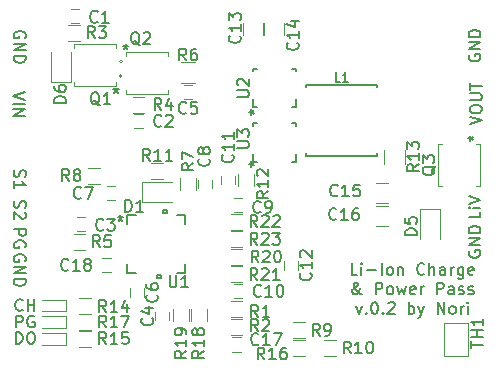
<source format=gto>
G04 #@! TF.GenerationSoftware,KiCad,Pcbnew,(5.1.10)-1*
G04 #@! TF.CreationDate,2021-11-27T12:03:37+09:00*
G04 #@! TF.ProjectId,LiPoCharger_BQ24610_5S,4c69506f-4368-4617-9267-65725f425132,rev?*
G04 #@! TF.SameCoordinates,Original*
G04 #@! TF.FileFunction,Legend,Top*
G04 #@! TF.FilePolarity,Positive*
%FSLAX46Y46*%
G04 Gerber Fmt 4.6, Leading zero omitted, Abs format (unit mm)*
G04 Created by KiCad (PCBNEW (5.1.10)-1) date 2021-11-27 12:03:37*
%MOMM*%
%LPD*%
G01*
G04 APERTURE LIST*
%ADD10C,0.150000*%
%ADD11C,0.120000*%
%ADD12C,0.152400*%
%ADD13C,0.127000*%
G04 APERTURE END LIST*
D10*
X201233333Y-101102380D02*
X200757142Y-101102380D01*
X200757142Y-100102380D01*
X201566666Y-101102380D02*
X201566666Y-100435714D01*
X201566666Y-100102380D02*
X201519047Y-100150000D01*
X201566666Y-100197619D01*
X201614285Y-100150000D01*
X201566666Y-100102380D01*
X201566666Y-100197619D01*
X202042857Y-100721428D02*
X202804761Y-100721428D01*
X203280952Y-101102380D02*
X203280952Y-100102380D01*
X203900000Y-101102380D02*
X203804761Y-101054761D01*
X203757142Y-101007142D01*
X203709523Y-100911904D01*
X203709523Y-100626190D01*
X203757142Y-100530952D01*
X203804761Y-100483333D01*
X203900000Y-100435714D01*
X204042857Y-100435714D01*
X204138095Y-100483333D01*
X204185714Y-100530952D01*
X204233333Y-100626190D01*
X204233333Y-100911904D01*
X204185714Y-101007142D01*
X204138095Y-101054761D01*
X204042857Y-101102380D01*
X203900000Y-101102380D01*
X204661904Y-100435714D02*
X204661904Y-101102380D01*
X204661904Y-100530952D02*
X204709523Y-100483333D01*
X204804761Y-100435714D01*
X204947619Y-100435714D01*
X205042857Y-100483333D01*
X205090476Y-100578571D01*
X205090476Y-101102380D01*
X206900000Y-101007142D02*
X206852380Y-101054761D01*
X206709523Y-101102380D01*
X206614285Y-101102380D01*
X206471428Y-101054761D01*
X206376190Y-100959523D01*
X206328571Y-100864285D01*
X206280952Y-100673809D01*
X206280952Y-100530952D01*
X206328571Y-100340476D01*
X206376190Y-100245238D01*
X206471428Y-100150000D01*
X206614285Y-100102380D01*
X206709523Y-100102380D01*
X206852380Y-100150000D01*
X206900000Y-100197619D01*
X207328571Y-101102380D02*
X207328571Y-100102380D01*
X207757142Y-101102380D02*
X207757142Y-100578571D01*
X207709523Y-100483333D01*
X207614285Y-100435714D01*
X207471428Y-100435714D01*
X207376190Y-100483333D01*
X207328571Y-100530952D01*
X208661904Y-101102380D02*
X208661904Y-100578571D01*
X208614285Y-100483333D01*
X208519047Y-100435714D01*
X208328571Y-100435714D01*
X208233333Y-100483333D01*
X208661904Y-101054761D02*
X208566666Y-101102380D01*
X208328571Y-101102380D01*
X208233333Y-101054761D01*
X208185714Y-100959523D01*
X208185714Y-100864285D01*
X208233333Y-100769047D01*
X208328571Y-100721428D01*
X208566666Y-100721428D01*
X208661904Y-100673809D01*
X209138095Y-101102380D02*
X209138095Y-100435714D01*
X209138095Y-100626190D02*
X209185714Y-100530952D01*
X209233333Y-100483333D01*
X209328571Y-100435714D01*
X209423809Y-100435714D01*
X210185714Y-100435714D02*
X210185714Y-101245238D01*
X210138095Y-101340476D01*
X210090476Y-101388095D01*
X209995238Y-101435714D01*
X209852380Y-101435714D01*
X209757142Y-101388095D01*
X210185714Y-101054761D02*
X210090476Y-101102380D01*
X209900000Y-101102380D01*
X209804761Y-101054761D01*
X209757142Y-101007142D01*
X209709523Y-100911904D01*
X209709523Y-100626190D01*
X209757142Y-100530952D01*
X209804761Y-100483333D01*
X209900000Y-100435714D01*
X210090476Y-100435714D01*
X210185714Y-100483333D01*
X211042857Y-101054761D02*
X210947619Y-101102380D01*
X210757142Y-101102380D01*
X210661904Y-101054761D01*
X210614285Y-100959523D01*
X210614285Y-100578571D01*
X210661904Y-100483333D01*
X210757142Y-100435714D01*
X210947619Y-100435714D01*
X211042857Y-100483333D01*
X211090476Y-100578571D01*
X211090476Y-100673809D01*
X210614285Y-100769047D01*
X201590476Y-102752380D02*
X201542857Y-102752380D01*
X201447619Y-102704761D01*
X201304761Y-102561904D01*
X201066666Y-102276190D01*
X200971428Y-102133333D01*
X200923809Y-101990476D01*
X200923809Y-101895238D01*
X200971428Y-101800000D01*
X201066666Y-101752380D01*
X201114285Y-101752380D01*
X201209523Y-101800000D01*
X201257142Y-101895238D01*
X201257142Y-101942857D01*
X201209523Y-102038095D01*
X201161904Y-102085714D01*
X200876190Y-102276190D01*
X200828571Y-102323809D01*
X200780952Y-102419047D01*
X200780952Y-102561904D01*
X200828571Y-102657142D01*
X200876190Y-102704761D01*
X200971428Y-102752380D01*
X201114285Y-102752380D01*
X201209523Y-102704761D01*
X201257142Y-102657142D01*
X201400000Y-102466666D01*
X201447619Y-102323809D01*
X201447619Y-102228571D01*
X202780952Y-102752380D02*
X202780952Y-101752380D01*
X203161904Y-101752380D01*
X203257142Y-101800000D01*
X203304761Y-101847619D01*
X203352380Y-101942857D01*
X203352380Y-102085714D01*
X203304761Y-102180952D01*
X203257142Y-102228571D01*
X203161904Y-102276190D01*
X202780952Y-102276190D01*
X203923809Y-102752380D02*
X203828571Y-102704761D01*
X203780952Y-102657142D01*
X203733333Y-102561904D01*
X203733333Y-102276190D01*
X203780952Y-102180952D01*
X203828571Y-102133333D01*
X203923809Y-102085714D01*
X204066666Y-102085714D01*
X204161904Y-102133333D01*
X204209523Y-102180952D01*
X204257142Y-102276190D01*
X204257142Y-102561904D01*
X204209523Y-102657142D01*
X204161904Y-102704761D01*
X204066666Y-102752380D01*
X203923809Y-102752380D01*
X204590476Y-102085714D02*
X204780952Y-102752380D01*
X204971428Y-102276190D01*
X205161904Y-102752380D01*
X205352380Y-102085714D01*
X206114285Y-102704761D02*
X206019047Y-102752380D01*
X205828571Y-102752380D01*
X205733333Y-102704761D01*
X205685714Y-102609523D01*
X205685714Y-102228571D01*
X205733333Y-102133333D01*
X205828571Y-102085714D01*
X206019047Y-102085714D01*
X206114285Y-102133333D01*
X206161904Y-102228571D01*
X206161904Y-102323809D01*
X205685714Y-102419047D01*
X206590476Y-102752380D02*
X206590476Y-102085714D01*
X206590476Y-102276190D02*
X206638095Y-102180952D01*
X206685714Y-102133333D01*
X206780952Y-102085714D01*
X206876190Y-102085714D01*
X207971428Y-102752380D02*
X207971428Y-101752380D01*
X208352380Y-101752380D01*
X208447619Y-101800000D01*
X208495238Y-101847619D01*
X208542857Y-101942857D01*
X208542857Y-102085714D01*
X208495238Y-102180952D01*
X208447619Y-102228571D01*
X208352380Y-102276190D01*
X207971428Y-102276190D01*
X209400000Y-102752380D02*
X209400000Y-102228571D01*
X209352380Y-102133333D01*
X209257142Y-102085714D01*
X209066666Y-102085714D01*
X208971428Y-102133333D01*
X209400000Y-102704761D02*
X209304761Y-102752380D01*
X209066666Y-102752380D01*
X208971428Y-102704761D01*
X208923809Y-102609523D01*
X208923809Y-102514285D01*
X208971428Y-102419047D01*
X209066666Y-102371428D01*
X209304761Y-102371428D01*
X209400000Y-102323809D01*
X209828571Y-102704761D02*
X209923809Y-102752380D01*
X210114285Y-102752380D01*
X210209523Y-102704761D01*
X210257142Y-102609523D01*
X210257142Y-102561904D01*
X210209523Y-102466666D01*
X210114285Y-102419047D01*
X209971428Y-102419047D01*
X209876190Y-102371428D01*
X209828571Y-102276190D01*
X209828571Y-102228571D01*
X209876190Y-102133333D01*
X209971428Y-102085714D01*
X210114285Y-102085714D01*
X210209523Y-102133333D01*
X210638095Y-102704761D02*
X210733333Y-102752380D01*
X210923809Y-102752380D01*
X211019047Y-102704761D01*
X211066666Y-102609523D01*
X211066666Y-102561904D01*
X211019047Y-102466666D01*
X210923809Y-102419047D01*
X210780952Y-102419047D01*
X210685714Y-102371428D01*
X210638095Y-102276190D01*
X210638095Y-102228571D01*
X210685714Y-102133333D01*
X210780952Y-102085714D01*
X210923809Y-102085714D01*
X211019047Y-102133333D01*
X201114285Y-103735714D02*
X201352380Y-104402380D01*
X201590476Y-103735714D01*
X201971428Y-104307142D02*
X202019047Y-104354761D01*
X201971428Y-104402380D01*
X201923809Y-104354761D01*
X201971428Y-104307142D01*
X201971428Y-104402380D01*
X202638095Y-103402380D02*
X202733333Y-103402380D01*
X202828571Y-103450000D01*
X202876190Y-103497619D01*
X202923809Y-103592857D01*
X202971428Y-103783333D01*
X202971428Y-104021428D01*
X202923809Y-104211904D01*
X202876190Y-104307142D01*
X202828571Y-104354761D01*
X202733333Y-104402380D01*
X202638095Y-104402380D01*
X202542857Y-104354761D01*
X202495238Y-104307142D01*
X202447619Y-104211904D01*
X202400000Y-104021428D01*
X202400000Y-103783333D01*
X202447619Y-103592857D01*
X202495238Y-103497619D01*
X202542857Y-103450000D01*
X202638095Y-103402380D01*
X203400000Y-104307142D02*
X203447619Y-104354761D01*
X203400000Y-104402380D01*
X203352380Y-104354761D01*
X203400000Y-104307142D01*
X203400000Y-104402380D01*
X203828571Y-103497619D02*
X203876190Y-103450000D01*
X203971428Y-103402380D01*
X204209523Y-103402380D01*
X204304761Y-103450000D01*
X204352380Y-103497619D01*
X204400000Y-103592857D01*
X204400000Y-103688095D01*
X204352380Y-103830952D01*
X203780952Y-104402380D01*
X204400000Y-104402380D01*
X205590476Y-104402380D02*
X205590476Y-103402380D01*
X205590476Y-103783333D02*
X205685714Y-103735714D01*
X205876190Y-103735714D01*
X205971428Y-103783333D01*
X206019047Y-103830952D01*
X206066666Y-103926190D01*
X206066666Y-104211904D01*
X206019047Y-104307142D01*
X205971428Y-104354761D01*
X205876190Y-104402380D01*
X205685714Y-104402380D01*
X205590476Y-104354761D01*
X206400000Y-103735714D02*
X206638095Y-104402380D01*
X206876190Y-103735714D02*
X206638095Y-104402380D01*
X206542857Y-104640476D01*
X206495238Y-104688095D01*
X206400000Y-104735714D01*
X208019047Y-104402380D02*
X208019047Y-103402380D01*
X208590476Y-104402380D01*
X208590476Y-103402380D01*
X209209523Y-104402380D02*
X209114285Y-104354761D01*
X209066666Y-104307142D01*
X209019047Y-104211904D01*
X209019047Y-103926190D01*
X209066666Y-103830952D01*
X209114285Y-103783333D01*
X209209523Y-103735714D01*
X209352380Y-103735714D01*
X209447619Y-103783333D01*
X209495238Y-103830952D01*
X209542857Y-103926190D01*
X209542857Y-104211904D01*
X209495238Y-104307142D01*
X209447619Y-104354761D01*
X209352380Y-104402380D01*
X209209523Y-104402380D01*
X209971428Y-104402380D02*
X209971428Y-103735714D01*
X209971428Y-103926190D02*
X210019047Y-103830952D01*
X210066666Y-103783333D01*
X210161904Y-103735714D01*
X210257142Y-103735714D01*
X210590476Y-104402380D02*
X210590476Y-103735714D01*
X210590476Y-103402380D02*
X210542857Y-103450000D01*
X210590476Y-103497619D01*
X210638095Y-103450000D01*
X210590476Y-103402380D01*
X210590476Y-103497619D01*
X210700000Y-82461904D02*
X210652380Y-82557142D01*
X210652380Y-82700000D01*
X210700000Y-82842857D01*
X210795238Y-82938095D01*
X210890476Y-82985714D01*
X211080952Y-83033333D01*
X211223809Y-83033333D01*
X211414285Y-82985714D01*
X211509523Y-82938095D01*
X211604761Y-82842857D01*
X211652380Y-82700000D01*
X211652380Y-82604761D01*
X211604761Y-82461904D01*
X211557142Y-82414285D01*
X211223809Y-82414285D01*
X211223809Y-82604761D01*
X211652380Y-81985714D02*
X210652380Y-81985714D01*
X211652380Y-81414285D01*
X210652380Y-81414285D01*
X211652380Y-80938095D02*
X210652380Y-80938095D01*
X210652380Y-80700000D01*
X210700000Y-80557142D01*
X210795238Y-80461904D01*
X210890476Y-80414285D01*
X211080952Y-80366666D01*
X211223809Y-80366666D01*
X211414285Y-80414285D01*
X211509523Y-80461904D01*
X211604761Y-80557142D01*
X211652380Y-80700000D01*
X211652380Y-80938095D01*
X211652380Y-95757142D02*
X211652380Y-96233333D01*
X210652380Y-96233333D01*
X211652380Y-95423809D02*
X210985714Y-95423809D01*
X210652380Y-95423809D02*
X210700000Y-95471428D01*
X210747619Y-95423809D01*
X210700000Y-95376190D01*
X210652380Y-95423809D01*
X210747619Y-95423809D01*
X210652380Y-95090476D02*
X211652380Y-94757142D01*
X210652380Y-94423809D01*
X210752380Y-88361904D02*
X211752380Y-88028571D01*
X210752380Y-87695238D01*
X210752380Y-87171428D02*
X210752380Y-86980952D01*
X210800000Y-86885714D01*
X210895238Y-86790476D01*
X211085714Y-86742857D01*
X211419047Y-86742857D01*
X211609523Y-86790476D01*
X211704761Y-86885714D01*
X211752380Y-86980952D01*
X211752380Y-87171428D01*
X211704761Y-87266666D01*
X211609523Y-87361904D01*
X211419047Y-87409523D01*
X211085714Y-87409523D01*
X210895238Y-87361904D01*
X210800000Y-87266666D01*
X210752380Y-87171428D01*
X210752380Y-86314285D02*
X211561904Y-86314285D01*
X211657142Y-86266666D01*
X211704761Y-86219047D01*
X211752380Y-86123809D01*
X211752380Y-85933333D01*
X211704761Y-85838095D01*
X211657142Y-85790476D01*
X211561904Y-85742857D01*
X210752380Y-85742857D01*
X210752380Y-85409523D02*
X210752380Y-84838095D01*
X211752380Y-85123809D02*
X210752380Y-85123809D01*
X173047619Y-85604761D02*
X172047619Y-85938095D01*
X173047619Y-86271428D01*
X172047619Y-86604761D02*
X173047619Y-86604761D01*
X172047619Y-87080952D02*
X173047619Y-87080952D01*
X172047619Y-87652380D01*
X173047619Y-87652380D01*
X210700000Y-99061904D02*
X210652380Y-99157142D01*
X210652380Y-99300000D01*
X210700000Y-99442857D01*
X210795238Y-99538095D01*
X210890476Y-99585714D01*
X211080952Y-99633333D01*
X211223809Y-99633333D01*
X211414285Y-99585714D01*
X211509523Y-99538095D01*
X211604761Y-99442857D01*
X211652380Y-99300000D01*
X211652380Y-99204761D01*
X211604761Y-99061904D01*
X211557142Y-99014285D01*
X211223809Y-99014285D01*
X211223809Y-99204761D01*
X211652380Y-98585714D02*
X210652380Y-98585714D01*
X211652380Y-98014285D01*
X210652380Y-98014285D01*
X211652380Y-97538095D02*
X210652380Y-97538095D01*
X210652380Y-97300000D01*
X210700000Y-97157142D01*
X210795238Y-97061904D01*
X210890476Y-97014285D01*
X211080952Y-96966666D01*
X211223809Y-96966666D01*
X211414285Y-97014285D01*
X211509523Y-97061904D01*
X211604761Y-97157142D01*
X211652380Y-97300000D01*
X211652380Y-97538095D01*
X173100000Y-99938095D02*
X173147619Y-99842857D01*
X173147619Y-99700000D01*
X173100000Y-99557142D01*
X173004761Y-99461904D01*
X172909523Y-99414285D01*
X172719047Y-99366666D01*
X172576190Y-99366666D01*
X172385714Y-99414285D01*
X172290476Y-99461904D01*
X172195238Y-99557142D01*
X172147619Y-99700000D01*
X172147619Y-99795238D01*
X172195238Y-99938095D01*
X172242857Y-99985714D01*
X172576190Y-99985714D01*
X172576190Y-99795238D01*
X172147619Y-100414285D02*
X173147619Y-100414285D01*
X172147619Y-100985714D01*
X173147619Y-100985714D01*
X172147619Y-101461904D02*
X173147619Y-101461904D01*
X173147619Y-101700000D01*
X173100000Y-101842857D01*
X173004761Y-101938095D01*
X172909523Y-101985714D01*
X172719047Y-102033333D01*
X172576190Y-102033333D01*
X172385714Y-101985714D01*
X172290476Y-101938095D01*
X172195238Y-101842857D01*
X172147619Y-101700000D01*
X172147619Y-101461904D01*
X172195238Y-92238095D02*
X172147619Y-92380952D01*
X172147619Y-92619047D01*
X172195238Y-92714285D01*
X172242857Y-92761904D01*
X172338095Y-92809523D01*
X172433333Y-92809523D01*
X172528571Y-92761904D01*
X172576190Y-92714285D01*
X172623809Y-92619047D01*
X172671428Y-92428571D01*
X172719047Y-92333333D01*
X172766666Y-92285714D01*
X172861904Y-92238095D01*
X172957142Y-92238095D01*
X173052380Y-92285714D01*
X173100000Y-92333333D01*
X173147619Y-92428571D01*
X173147619Y-92666666D01*
X173100000Y-92809523D01*
X172147619Y-93761904D02*
X172147619Y-93190476D01*
X172147619Y-93476190D02*
X173147619Y-93476190D01*
X173004761Y-93380952D01*
X172909523Y-93285714D01*
X172861904Y-93190476D01*
X173100000Y-81038095D02*
X173147619Y-80942857D01*
X173147619Y-80800000D01*
X173100000Y-80657142D01*
X173004761Y-80561904D01*
X172909523Y-80514285D01*
X172719047Y-80466666D01*
X172576190Y-80466666D01*
X172385714Y-80514285D01*
X172290476Y-80561904D01*
X172195238Y-80657142D01*
X172147619Y-80800000D01*
X172147619Y-80895238D01*
X172195238Y-81038095D01*
X172242857Y-81085714D01*
X172576190Y-81085714D01*
X172576190Y-80895238D01*
X172147619Y-81514285D02*
X173147619Y-81514285D01*
X172147619Y-82085714D01*
X173147619Y-82085714D01*
X172147619Y-82561904D02*
X173147619Y-82561904D01*
X173147619Y-82800000D01*
X173100000Y-82942857D01*
X173004761Y-83038095D01*
X172909523Y-83085714D01*
X172719047Y-83133333D01*
X172576190Y-83133333D01*
X172385714Y-83085714D01*
X172290476Y-83038095D01*
X172195238Y-82942857D01*
X172147619Y-82800000D01*
X172147619Y-82561904D01*
X172195238Y-94838095D02*
X172147619Y-94980952D01*
X172147619Y-95219047D01*
X172195238Y-95314285D01*
X172242857Y-95361904D01*
X172338095Y-95409523D01*
X172433333Y-95409523D01*
X172528571Y-95361904D01*
X172576190Y-95314285D01*
X172623809Y-95219047D01*
X172671428Y-95028571D01*
X172719047Y-94933333D01*
X172766666Y-94885714D01*
X172861904Y-94838095D01*
X172957142Y-94838095D01*
X173052380Y-94885714D01*
X173100000Y-94933333D01*
X173147619Y-95028571D01*
X173147619Y-95266666D01*
X173100000Y-95409523D01*
X173052380Y-95790476D02*
X173100000Y-95838095D01*
X173147619Y-95933333D01*
X173147619Y-96171428D01*
X173100000Y-96266666D01*
X173052380Y-96314285D01*
X172957142Y-96361904D01*
X172861904Y-96361904D01*
X172719047Y-96314285D01*
X172147619Y-95742857D01*
X172147619Y-96361904D01*
X172147619Y-97238095D02*
X173147619Y-97238095D01*
X173147619Y-97619047D01*
X173100000Y-97714285D01*
X173052380Y-97761904D01*
X172957142Y-97809523D01*
X172814285Y-97809523D01*
X172719047Y-97761904D01*
X172671428Y-97714285D01*
X172623809Y-97619047D01*
X172623809Y-97238095D01*
X173100000Y-98761904D02*
X173147619Y-98666666D01*
X173147619Y-98523809D01*
X173100000Y-98380952D01*
X173004761Y-98285714D01*
X172909523Y-98238095D01*
X172719047Y-98190476D01*
X172576190Y-98190476D01*
X172385714Y-98238095D01*
X172290476Y-98285714D01*
X172195238Y-98380952D01*
X172147619Y-98523809D01*
X172147619Y-98619047D01*
X172195238Y-98761904D01*
X172242857Y-98809523D01*
X172576190Y-98809523D01*
X172576190Y-98619047D01*
D11*
X175250000Y-84800000D02*
X175250000Y-82250000D01*
X176950000Y-84800000D02*
X176950000Y-82250000D01*
X175250000Y-84800000D02*
X176950000Y-84800000D01*
X208250000Y-95500000D02*
X206550000Y-95500000D01*
X206550000Y-95500000D02*
X206550000Y-98050000D01*
X208250000Y-95500000D02*
X208250000Y-98050000D01*
X190500000Y-97420000D02*
X191500000Y-97420000D01*
X191500000Y-98780000D02*
X190500000Y-98780000D01*
X190500000Y-100320000D02*
X191500000Y-100320000D01*
X191500000Y-101680000D02*
X190500000Y-101680000D01*
X178700000Y-105780000D02*
X177700000Y-105780000D01*
X177700000Y-104420000D02*
X178700000Y-104420000D01*
X188480000Y-104000000D02*
X188480000Y-105000000D01*
X187120000Y-105000000D02*
X187120000Y-104000000D01*
X190500000Y-98920000D02*
X191500000Y-98920000D01*
X191500000Y-100280000D02*
X190500000Y-100280000D01*
X190500000Y-95920000D02*
X191500000Y-95920000D01*
X191500000Y-97280000D02*
X190500000Y-97280000D01*
X186980000Y-104000000D02*
X186980000Y-105000000D01*
X185620000Y-105000000D02*
X185620000Y-104000000D01*
X196800000Y-107980000D02*
X195800000Y-107980000D01*
X195800000Y-106620000D02*
X196800000Y-106620000D01*
X199400000Y-107980000D02*
X198400000Y-107980000D01*
X198400000Y-106620000D02*
X199400000Y-106620000D01*
X178400000Y-92020000D02*
X179400000Y-92020000D01*
X179400000Y-93380000D02*
X178400000Y-93380000D01*
X190500000Y-104820000D02*
X191500000Y-104820000D01*
X191500000Y-106180000D02*
X190500000Y-106180000D01*
X187580000Y-92900000D02*
X187580000Y-93900000D01*
X186220000Y-93900000D02*
X186220000Y-92900000D01*
X177700000Y-103020000D02*
X178700000Y-103020000D01*
X178700000Y-104380000D02*
X177700000Y-104380000D01*
X176600000Y-104200000D02*
X176600000Y-103200000D01*
X176600000Y-103200000D02*
X174500000Y-103200000D01*
X176600000Y-104200000D02*
X174500000Y-104200000D01*
X176600000Y-107000000D02*
X174500000Y-107000000D01*
X176600000Y-106000000D02*
X174500000Y-106000000D01*
X176600000Y-107000000D02*
X176600000Y-106000000D01*
X184800000Y-92980000D02*
X183800000Y-92980000D01*
X183800000Y-91620000D02*
X184800000Y-91620000D01*
X196800000Y-106480000D02*
X195800000Y-106480000D01*
X195800000Y-105120000D02*
X196800000Y-105120000D01*
X179650000Y-99700000D02*
X180350000Y-99700000D01*
X180350000Y-100900000D02*
X179650000Y-100900000D01*
X192480000Y-92600000D02*
X192480000Y-93600000D01*
X191120000Y-93600000D02*
X191120000Y-92600000D01*
X177200000Y-97620000D02*
X178200000Y-97620000D01*
X178200000Y-98980000D02*
X177200000Y-98980000D01*
X176600000Y-105600000D02*
X174500000Y-105600000D01*
X176600000Y-104600000D02*
X174500000Y-104600000D01*
X176600000Y-105600000D02*
X176600000Y-104600000D01*
X190500000Y-103320000D02*
X191500000Y-103320000D01*
X191500000Y-104680000D02*
X190500000Y-104680000D01*
X182200000Y-86020000D02*
X183200000Y-86020000D01*
X183200000Y-87380000D02*
X182200000Y-87380000D01*
X183000000Y-93250000D02*
X185550000Y-93250000D01*
X183000000Y-94950000D02*
X185550000Y-94950000D01*
X183000000Y-93250000D02*
X183000000Y-94950000D01*
X177700000Y-105820000D02*
X178700000Y-105820000D01*
X178700000Y-107180000D02*
X177700000Y-107180000D01*
X191350000Y-107600000D02*
X190650000Y-107600000D01*
X190650000Y-106400000D02*
X191350000Y-106400000D01*
X191450000Y-95800000D02*
X190750000Y-95800000D01*
X190750000Y-94600000D02*
X191450000Y-94600000D01*
X202800000Y-96950000D02*
X203800000Y-96950000D01*
X203800000Y-95250000D02*
X202800000Y-95250000D01*
X180050000Y-93600000D02*
X180750000Y-93600000D01*
X180750000Y-94800000D02*
X180050000Y-94800000D01*
X203800000Y-93350000D02*
X202800000Y-93350000D01*
X202800000Y-95050000D02*
X203800000Y-95050000D01*
X193350000Y-79800000D02*
X193350000Y-80800000D01*
X195050000Y-80800000D02*
X195050000Y-79800000D01*
X193250000Y-80800000D02*
X193250000Y-79800000D01*
X191550000Y-79800000D02*
X191550000Y-80800000D01*
X189700000Y-93450000D02*
X189700000Y-92750000D01*
X190900000Y-92750000D02*
X190900000Y-93450000D01*
X182350000Y-87500000D02*
X183050000Y-87500000D01*
X183050000Y-88700000D02*
X182350000Y-88700000D01*
X190750000Y-101900000D02*
X191450000Y-101900000D01*
X191450000Y-103100000D02*
X190750000Y-103100000D01*
X177650000Y-79800000D02*
X176950000Y-79800000D01*
X176950000Y-78600000D02*
X177650000Y-78600000D01*
X195000000Y-100650000D02*
X195000000Y-99950000D01*
X196200000Y-99950000D02*
X196200000Y-100650000D01*
X178200000Y-97400000D02*
X177500000Y-97400000D01*
X177500000Y-96200000D02*
X178200000Y-96200000D01*
X188900000Y-93050000D02*
X188900000Y-93750000D01*
X187700000Y-93750000D02*
X187700000Y-93050000D01*
X186550000Y-85000000D02*
X187250000Y-85000000D01*
X187250000Y-86200000D02*
X186550000Y-86200000D01*
X205280000Y-90500000D02*
X205280000Y-91700000D01*
X203520000Y-91700000D02*
X203520000Y-90500000D01*
X182000000Y-102950000D02*
X182000000Y-102250000D01*
X183200000Y-102250000D02*
X183200000Y-102950000D01*
D12*
X185140689Y-95846000D02*
X184759689Y-95846000D01*
X185140689Y-95592000D02*
X185140689Y-95846000D01*
X184759689Y-95592000D02*
X185140689Y-95592000D01*
X184759689Y-95846000D02*
X184759689Y-95592000D01*
X184640563Y-101154000D02*
X184259563Y-101154000D01*
X184640563Y-101408000D02*
X184640563Y-101154000D01*
X184259563Y-101408000D02*
X184640563Y-101408000D01*
X184259563Y-101154000D02*
X184259563Y-101408000D01*
X182481691Y-96044000D02*
X181744000Y-96044000D01*
X186656000Y-96782006D02*
X186656000Y-96044000D01*
X185918309Y-100956000D02*
X186656000Y-100956000D01*
X181744000Y-100217994D02*
X181744000Y-100956000D01*
X181744000Y-96044000D02*
X181744000Y-96782006D01*
X186656000Y-96044000D02*
X185918309Y-96044000D01*
X186656000Y-100956000D02*
X186656000Y-100217994D01*
X181744000Y-100956000D02*
X182481691Y-100956000D01*
D11*
X177750000Y-81280000D02*
X176750000Y-81280000D01*
X176750000Y-79920000D02*
X177750000Y-79920000D01*
X181622000Y-85778000D02*
X185178000Y-85778000D01*
X185178000Y-85778000D02*
X185178000Y-85434888D01*
X185178000Y-82222000D02*
X181622000Y-82222000D01*
X181622000Y-82222000D02*
X181622000Y-82565112D01*
X181622000Y-85434888D02*
X181622000Y-85778000D01*
X185178000Y-82565112D02*
X185178000Y-82222000D01*
X181327000Y-83025021D02*
G75*
G03*
X181327000Y-83025021I-127000J0D01*
G01*
D12*
X196028800Y-91525600D02*
X196028800Y-90829850D01*
X196028800Y-88274400D02*
X195660139Y-88274400D01*
X192371200Y-88274400D02*
X192371200Y-88462150D01*
X192371200Y-91525600D02*
X192739861Y-91525600D01*
X195660139Y-91525600D02*
X196028800Y-91525600D01*
X192739861Y-88274400D02*
X192371200Y-88274400D01*
X196028800Y-88462150D02*
X196028800Y-88274400D01*
X192371200Y-90829850D02*
X192371200Y-91525600D01*
D11*
X186300000Y-83120000D02*
X187500000Y-83120000D01*
X187500000Y-84880000D02*
X186300000Y-84880000D01*
D12*
X196028800Y-86925600D02*
X196028800Y-86229850D01*
X196028800Y-83674400D02*
X195660139Y-83674400D01*
X192371200Y-83674400D02*
X192371200Y-83862150D01*
X192371200Y-86925600D02*
X192739861Y-86925600D01*
X195660139Y-86925600D02*
X196028800Y-86925600D01*
X192739861Y-83674400D02*
X192371200Y-83674400D01*
X196028800Y-83862150D02*
X196028800Y-83674400D01*
X192371200Y-86229850D02*
X192371200Y-86925600D01*
D11*
X208600000Y-105200000D02*
X210600000Y-105200000D01*
X208600000Y-108000000D02*
X208600000Y-105200000D01*
X210600000Y-108000000D02*
X208600000Y-108000000D01*
X210600000Y-105200000D02*
X210600000Y-108000000D01*
D13*
X196900000Y-90800000D02*
X196900000Y-91000000D01*
X196900000Y-91000000D02*
X202900000Y-91000000D01*
X202900000Y-91000000D02*
X202900000Y-90800000D01*
X196900000Y-85200000D02*
X196900000Y-85000000D01*
X196900000Y-85000000D02*
X202900000Y-85000000D01*
X202900000Y-85000000D02*
X202900000Y-85200000D01*
D11*
X180778000Y-81522000D02*
X177222000Y-81522000D01*
X177222000Y-81522000D02*
X177222000Y-81865112D01*
X177222000Y-85078000D02*
X180778000Y-85078000D01*
X180778000Y-85078000D02*
X180778000Y-84734888D01*
X180778000Y-81865112D02*
X180778000Y-81522000D01*
X177222000Y-84734888D02*
X177222000Y-85078000D01*
X181327000Y-84274979D02*
G75*
G03*
X181327000Y-84274979I-127000J0D01*
G01*
X208022000Y-90022000D02*
X208022000Y-93578000D01*
X208022000Y-93578000D02*
X208365112Y-93578000D01*
X211578000Y-93578000D02*
X211578000Y-90022000D01*
X211578000Y-90022000D02*
X211234888Y-90022000D01*
X208365112Y-90022000D02*
X208022000Y-90022000D01*
X211234888Y-93578000D02*
X211578000Y-93578000D01*
X210901979Y-89600000D02*
G75*
G03*
X210901979Y-89600000I-127000J0D01*
G01*
X184100000Y-104950000D02*
X184100000Y-104250000D01*
X185300000Y-104250000D02*
X185300000Y-104950000D01*
D10*
X176552380Y-86538095D02*
X175552380Y-86538095D01*
X175552380Y-86300000D01*
X175600000Y-86157142D01*
X175695238Y-86061904D01*
X175790476Y-86014285D01*
X175980952Y-85966666D01*
X176123809Y-85966666D01*
X176314285Y-86014285D01*
X176409523Y-86061904D01*
X176504761Y-86157142D01*
X176552380Y-86300000D01*
X176552380Y-86538095D01*
X175552380Y-85109523D02*
X175552380Y-85300000D01*
X175600000Y-85395238D01*
X175647619Y-85442857D01*
X175790476Y-85538095D01*
X175980952Y-85585714D01*
X176361904Y-85585714D01*
X176457142Y-85538095D01*
X176504761Y-85490476D01*
X176552380Y-85395238D01*
X176552380Y-85204761D01*
X176504761Y-85109523D01*
X176457142Y-85061904D01*
X176361904Y-85014285D01*
X176123809Y-85014285D01*
X176028571Y-85061904D01*
X175980952Y-85109523D01*
X175933333Y-85204761D01*
X175933333Y-85395238D01*
X175980952Y-85490476D01*
X176028571Y-85538095D01*
X176123809Y-85585714D01*
X206252380Y-97738095D02*
X205252380Y-97738095D01*
X205252380Y-97500000D01*
X205300000Y-97357142D01*
X205395238Y-97261904D01*
X205490476Y-97214285D01*
X205680952Y-97166666D01*
X205823809Y-97166666D01*
X206014285Y-97214285D01*
X206109523Y-97261904D01*
X206204761Y-97357142D01*
X206252380Y-97500000D01*
X206252380Y-97738095D01*
X205252380Y-96261904D02*
X205252380Y-96738095D01*
X205728571Y-96785714D01*
X205680952Y-96738095D01*
X205633333Y-96642857D01*
X205633333Y-96404761D01*
X205680952Y-96309523D01*
X205728571Y-96261904D01*
X205823809Y-96214285D01*
X206061904Y-96214285D01*
X206157142Y-96261904D01*
X206204761Y-96309523D01*
X206252380Y-96404761D01*
X206252380Y-96642857D01*
X206204761Y-96738095D01*
X206157142Y-96785714D01*
X192757142Y-98552380D02*
X192423809Y-98076190D01*
X192185714Y-98552380D02*
X192185714Y-97552380D01*
X192566666Y-97552380D01*
X192661904Y-97600000D01*
X192709523Y-97647619D01*
X192757142Y-97742857D01*
X192757142Y-97885714D01*
X192709523Y-97980952D01*
X192661904Y-98028571D01*
X192566666Y-98076190D01*
X192185714Y-98076190D01*
X193138095Y-97647619D02*
X193185714Y-97600000D01*
X193280952Y-97552380D01*
X193519047Y-97552380D01*
X193614285Y-97600000D01*
X193661904Y-97647619D01*
X193709523Y-97742857D01*
X193709523Y-97838095D01*
X193661904Y-97980952D01*
X193090476Y-98552380D01*
X193709523Y-98552380D01*
X194042857Y-97552380D02*
X194661904Y-97552380D01*
X194328571Y-97933333D01*
X194471428Y-97933333D01*
X194566666Y-97980952D01*
X194614285Y-98028571D01*
X194661904Y-98123809D01*
X194661904Y-98361904D01*
X194614285Y-98457142D01*
X194566666Y-98504761D01*
X194471428Y-98552380D01*
X194185714Y-98552380D01*
X194090476Y-98504761D01*
X194042857Y-98457142D01*
X192757142Y-101552380D02*
X192423809Y-101076190D01*
X192185714Y-101552380D02*
X192185714Y-100552380D01*
X192566666Y-100552380D01*
X192661904Y-100600000D01*
X192709523Y-100647619D01*
X192757142Y-100742857D01*
X192757142Y-100885714D01*
X192709523Y-100980952D01*
X192661904Y-101028571D01*
X192566666Y-101076190D01*
X192185714Y-101076190D01*
X193138095Y-100647619D02*
X193185714Y-100600000D01*
X193280952Y-100552380D01*
X193519047Y-100552380D01*
X193614285Y-100600000D01*
X193661904Y-100647619D01*
X193709523Y-100742857D01*
X193709523Y-100838095D01*
X193661904Y-100980952D01*
X193090476Y-101552380D01*
X193709523Y-101552380D01*
X194661904Y-101552380D02*
X194090476Y-101552380D01*
X194376190Y-101552380D02*
X194376190Y-100552380D01*
X194280952Y-100695238D01*
X194185714Y-100790476D01*
X194090476Y-100838095D01*
X179957142Y-105552380D02*
X179623809Y-105076190D01*
X179385714Y-105552380D02*
X179385714Y-104552380D01*
X179766666Y-104552380D01*
X179861904Y-104600000D01*
X179909523Y-104647619D01*
X179957142Y-104742857D01*
X179957142Y-104885714D01*
X179909523Y-104980952D01*
X179861904Y-105028571D01*
X179766666Y-105076190D01*
X179385714Y-105076190D01*
X180909523Y-105552380D02*
X180338095Y-105552380D01*
X180623809Y-105552380D02*
X180623809Y-104552380D01*
X180528571Y-104695238D01*
X180433333Y-104790476D01*
X180338095Y-104838095D01*
X181242857Y-104552380D02*
X181909523Y-104552380D01*
X181480952Y-105552380D01*
X188252380Y-107542857D02*
X187776190Y-107876190D01*
X188252380Y-108114285D02*
X187252380Y-108114285D01*
X187252380Y-107733333D01*
X187300000Y-107638095D01*
X187347619Y-107590476D01*
X187442857Y-107542857D01*
X187585714Y-107542857D01*
X187680952Y-107590476D01*
X187728571Y-107638095D01*
X187776190Y-107733333D01*
X187776190Y-108114285D01*
X188252380Y-106590476D02*
X188252380Y-107161904D01*
X188252380Y-106876190D02*
X187252380Y-106876190D01*
X187395238Y-106971428D01*
X187490476Y-107066666D01*
X187538095Y-107161904D01*
X187680952Y-106019047D02*
X187633333Y-106114285D01*
X187585714Y-106161904D01*
X187490476Y-106209523D01*
X187442857Y-106209523D01*
X187347619Y-106161904D01*
X187300000Y-106114285D01*
X187252380Y-106019047D01*
X187252380Y-105828571D01*
X187300000Y-105733333D01*
X187347619Y-105685714D01*
X187442857Y-105638095D01*
X187490476Y-105638095D01*
X187585714Y-105685714D01*
X187633333Y-105733333D01*
X187680952Y-105828571D01*
X187680952Y-106019047D01*
X187728571Y-106114285D01*
X187776190Y-106161904D01*
X187871428Y-106209523D01*
X188061904Y-106209523D01*
X188157142Y-106161904D01*
X188204761Y-106114285D01*
X188252380Y-106019047D01*
X188252380Y-105828571D01*
X188204761Y-105733333D01*
X188157142Y-105685714D01*
X188061904Y-105638095D01*
X187871428Y-105638095D01*
X187776190Y-105685714D01*
X187728571Y-105733333D01*
X187680952Y-105828571D01*
X192857142Y-100052380D02*
X192523809Y-99576190D01*
X192285714Y-100052380D02*
X192285714Y-99052380D01*
X192666666Y-99052380D01*
X192761904Y-99100000D01*
X192809523Y-99147619D01*
X192857142Y-99242857D01*
X192857142Y-99385714D01*
X192809523Y-99480952D01*
X192761904Y-99528571D01*
X192666666Y-99576190D01*
X192285714Y-99576190D01*
X193238095Y-99147619D02*
X193285714Y-99100000D01*
X193380952Y-99052380D01*
X193619047Y-99052380D01*
X193714285Y-99100000D01*
X193761904Y-99147619D01*
X193809523Y-99242857D01*
X193809523Y-99338095D01*
X193761904Y-99480952D01*
X193190476Y-100052380D01*
X193809523Y-100052380D01*
X194428571Y-99052380D02*
X194523809Y-99052380D01*
X194619047Y-99100000D01*
X194666666Y-99147619D01*
X194714285Y-99242857D01*
X194761904Y-99433333D01*
X194761904Y-99671428D01*
X194714285Y-99861904D01*
X194666666Y-99957142D01*
X194619047Y-100004761D01*
X194523809Y-100052380D01*
X194428571Y-100052380D01*
X194333333Y-100004761D01*
X194285714Y-99957142D01*
X194238095Y-99861904D01*
X194190476Y-99671428D01*
X194190476Y-99433333D01*
X194238095Y-99242857D01*
X194285714Y-99147619D01*
X194333333Y-99100000D01*
X194428571Y-99052380D01*
X192757142Y-97052380D02*
X192423809Y-96576190D01*
X192185714Y-97052380D02*
X192185714Y-96052380D01*
X192566666Y-96052380D01*
X192661904Y-96100000D01*
X192709523Y-96147619D01*
X192757142Y-96242857D01*
X192757142Y-96385714D01*
X192709523Y-96480952D01*
X192661904Y-96528571D01*
X192566666Y-96576190D01*
X192185714Y-96576190D01*
X193138095Y-96147619D02*
X193185714Y-96100000D01*
X193280952Y-96052380D01*
X193519047Y-96052380D01*
X193614285Y-96100000D01*
X193661904Y-96147619D01*
X193709523Y-96242857D01*
X193709523Y-96338095D01*
X193661904Y-96480952D01*
X193090476Y-97052380D01*
X193709523Y-97052380D01*
X194090476Y-96147619D02*
X194138095Y-96100000D01*
X194233333Y-96052380D01*
X194471428Y-96052380D01*
X194566666Y-96100000D01*
X194614285Y-96147619D01*
X194661904Y-96242857D01*
X194661904Y-96338095D01*
X194614285Y-96480952D01*
X194042857Y-97052380D01*
X194661904Y-97052380D01*
X186752380Y-107542857D02*
X186276190Y-107876190D01*
X186752380Y-108114285D02*
X185752380Y-108114285D01*
X185752380Y-107733333D01*
X185800000Y-107638095D01*
X185847619Y-107590476D01*
X185942857Y-107542857D01*
X186085714Y-107542857D01*
X186180952Y-107590476D01*
X186228571Y-107638095D01*
X186276190Y-107733333D01*
X186276190Y-108114285D01*
X186752380Y-106590476D02*
X186752380Y-107161904D01*
X186752380Y-106876190D02*
X185752380Y-106876190D01*
X185895238Y-106971428D01*
X185990476Y-107066666D01*
X186038095Y-107161904D01*
X186752380Y-106114285D02*
X186752380Y-105923809D01*
X186704761Y-105828571D01*
X186657142Y-105780952D01*
X186514285Y-105685714D01*
X186323809Y-105638095D01*
X185942857Y-105638095D01*
X185847619Y-105685714D01*
X185800000Y-105733333D01*
X185752380Y-105828571D01*
X185752380Y-106019047D01*
X185800000Y-106114285D01*
X185847619Y-106161904D01*
X185942857Y-106209523D01*
X186180952Y-106209523D01*
X186276190Y-106161904D01*
X186323809Y-106114285D01*
X186371428Y-106019047D01*
X186371428Y-105828571D01*
X186323809Y-105733333D01*
X186276190Y-105685714D01*
X186180952Y-105638095D01*
X193357142Y-108252380D02*
X193023809Y-107776190D01*
X192785714Y-108252380D02*
X192785714Y-107252380D01*
X193166666Y-107252380D01*
X193261904Y-107300000D01*
X193309523Y-107347619D01*
X193357142Y-107442857D01*
X193357142Y-107585714D01*
X193309523Y-107680952D01*
X193261904Y-107728571D01*
X193166666Y-107776190D01*
X192785714Y-107776190D01*
X194309523Y-108252380D02*
X193738095Y-108252380D01*
X194023809Y-108252380D02*
X194023809Y-107252380D01*
X193928571Y-107395238D01*
X193833333Y-107490476D01*
X193738095Y-107538095D01*
X195166666Y-107252380D02*
X194976190Y-107252380D01*
X194880952Y-107300000D01*
X194833333Y-107347619D01*
X194738095Y-107490476D01*
X194690476Y-107680952D01*
X194690476Y-108061904D01*
X194738095Y-108157142D01*
X194785714Y-108204761D01*
X194880952Y-108252380D01*
X195071428Y-108252380D01*
X195166666Y-108204761D01*
X195214285Y-108157142D01*
X195261904Y-108061904D01*
X195261904Y-107823809D01*
X195214285Y-107728571D01*
X195166666Y-107680952D01*
X195071428Y-107633333D01*
X194880952Y-107633333D01*
X194785714Y-107680952D01*
X194738095Y-107728571D01*
X194690476Y-107823809D01*
X200657142Y-107752380D02*
X200323809Y-107276190D01*
X200085714Y-107752380D02*
X200085714Y-106752380D01*
X200466666Y-106752380D01*
X200561904Y-106800000D01*
X200609523Y-106847619D01*
X200657142Y-106942857D01*
X200657142Y-107085714D01*
X200609523Y-107180952D01*
X200561904Y-107228571D01*
X200466666Y-107276190D01*
X200085714Y-107276190D01*
X201609523Y-107752380D02*
X201038095Y-107752380D01*
X201323809Y-107752380D02*
X201323809Y-106752380D01*
X201228571Y-106895238D01*
X201133333Y-106990476D01*
X201038095Y-107038095D01*
X202228571Y-106752380D02*
X202323809Y-106752380D01*
X202419047Y-106800000D01*
X202466666Y-106847619D01*
X202514285Y-106942857D01*
X202561904Y-107133333D01*
X202561904Y-107371428D01*
X202514285Y-107561904D01*
X202466666Y-107657142D01*
X202419047Y-107704761D01*
X202323809Y-107752380D01*
X202228571Y-107752380D01*
X202133333Y-107704761D01*
X202085714Y-107657142D01*
X202038095Y-107561904D01*
X201990476Y-107371428D01*
X201990476Y-107133333D01*
X202038095Y-106942857D01*
X202085714Y-106847619D01*
X202133333Y-106800000D01*
X202228571Y-106752380D01*
X176833333Y-93152380D02*
X176500000Y-92676190D01*
X176261904Y-93152380D02*
X176261904Y-92152380D01*
X176642857Y-92152380D01*
X176738095Y-92200000D01*
X176785714Y-92247619D01*
X176833333Y-92342857D01*
X176833333Y-92485714D01*
X176785714Y-92580952D01*
X176738095Y-92628571D01*
X176642857Y-92676190D01*
X176261904Y-92676190D01*
X177404761Y-92580952D02*
X177309523Y-92533333D01*
X177261904Y-92485714D01*
X177214285Y-92390476D01*
X177214285Y-92342857D01*
X177261904Y-92247619D01*
X177309523Y-92200000D01*
X177404761Y-92152380D01*
X177595238Y-92152380D01*
X177690476Y-92200000D01*
X177738095Y-92247619D01*
X177785714Y-92342857D01*
X177785714Y-92390476D01*
X177738095Y-92485714D01*
X177690476Y-92533333D01*
X177595238Y-92580952D01*
X177404761Y-92580952D01*
X177309523Y-92628571D01*
X177261904Y-92676190D01*
X177214285Y-92771428D01*
X177214285Y-92961904D01*
X177261904Y-93057142D01*
X177309523Y-93104761D01*
X177404761Y-93152380D01*
X177595238Y-93152380D01*
X177690476Y-93104761D01*
X177738095Y-93057142D01*
X177785714Y-92961904D01*
X177785714Y-92771428D01*
X177738095Y-92676190D01*
X177690476Y-92628571D01*
X177595238Y-92580952D01*
X192833333Y-105852380D02*
X192500000Y-105376190D01*
X192261904Y-105852380D02*
X192261904Y-104852380D01*
X192642857Y-104852380D01*
X192738095Y-104900000D01*
X192785714Y-104947619D01*
X192833333Y-105042857D01*
X192833333Y-105185714D01*
X192785714Y-105280952D01*
X192738095Y-105328571D01*
X192642857Y-105376190D01*
X192261904Y-105376190D01*
X193214285Y-104947619D02*
X193261904Y-104900000D01*
X193357142Y-104852380D01*
X193595238Y-104852380D01*
X193690476Y-104900000D01*
X193738095Y-104947619D01*
X193785714Y-105042857D01*
X193785714Y-105138095D01*
X193738095Y-105280952D01*
X193166666Y-105852380D01*
X193785714Y-105852380D01*
X187352380Y-91666666D02*
X186876190Y-92000000D01*
X187352380Y-92238095D02*
X186352380Y-92238095D01*
X186352380Y-91857142D01*
X186400000Y-91761904D01*
X186447619Y-91714285D01*
X186542857Y-91666666D01*
X186685714Y-91666666D01*
X186780952Y-91714285D01*
X186828571Y-91761904D01*
X186876190Y-91857142D01*
X186876190Y-92238095D01*
X186352380Y-91333333D02*
X186352380Y-90666666D01*
X187352380Y-91095238D01*
X179957142Y-104252380D02*
X179623809Y-103776190D01*
X179385714Y-104252380D02*
X179385714Y-103252380D01*
X179766666Y-103252380D01*
X179861904Y-103300000D01*
X179909523Y-103347619D01*
X179957142Y-103442857D01*
X179957142Y-103585714D01*
X179909523Y-103680952D01*
X179861904Y-103728571D01*
X179766666Y-103776190D01*
X179385714Y-103776190D01*
X180909523Y-104252380D02*
X180338095Y-104252380D01*
X180623809Y-104252380D02*
X180623809Y-103252380D01*
X180528571Y-103395238D01*
X180433333Y-103490476D01*
X180338095Y-103538095D01*
X181766666Y-103585714D02*
X181766666Y-104252380D01*
X181528571Y-103204761D02*
X181290476Y-103919047D01*
X181909523Y-103919047D01*
X172885714Y-104057142D02*
X172838095Y-104104761D01*
X172695238Y-104152380D01*
X172600000Y-104152380D01*
X172457142Y-104104761D01*
X172361904Y-104009523D01*
X172314285Y-103914285D01*
X172266666Y-103723809D01*
X172266666Y-103580952D01*
X172314285Y-103390476D01*
X172361904Y-103295238D01*
X172457142Y-103200000D01*
X172600000Y-103152380D01*
X172695238Y-103152380D01*
X172838095Y-103200000D01*
X172885714Y-103247619D01*
X173314285Y-104152380D02*
X173314285Y-103152380D01*
X173314285Y-103628571D02*
X173885714Y-103628571D01*
X173885714Y-104152380D02*
X173885714Y-103152380D01*
X172314285Y-106952380D02*
X172314285Y-105952380D01*
X172552380Y-105952380D01*
X172695238Y-106000000D01*
X172790476Y-106095238D01*
X172838095Y-106190476D01*
X172885714Y-106380952D01*
X172885714Y-106523809D01*
X172838095Y-106714285D01*
X172790476Y-106809523D01*
X172695238Y-106904761D01*
X172552380Y-106952380D01*
X172314285Y-106952380D01*
X173504761Y-105952380D02*
X173695238Y-105952380D01*
X173790476Y-106000000D01*
X173885714Y-106095238D01*
X173933333Y-106285714D01*
X173933333Y-106619047D01*
X173885714Y-106809523D01*
X173790476Y-106904761D01*
X173695238Y-106952380D01*
X173504761Y-106952380D01*
X173409523Y-106904761D01*
X173314285Y-106809523D01*
X173266666Y-106619047D01*
X173266666Y-106285714D01*
X173314285Y-106095238D01*
X173409523Y-106000000D01*
X173504761Y-105952380D01*
X183657142Y-91452380D02*
X183323809Y-90976190D01*
X183085714Y-91452380D02*
X183085714Y-90452380D01*
X183466666Y-90452380D01*
X183561904Y-90500000D01*
X183609523Y-90547619D01*
X183657142Y-90642857D01*
X183657142Y-90785714D01*
X183609523Y-90880952D01*
X183561904Y-90928571D01*
X183466666Y-90976190D01*
X183085714Y-90976190D01*
X184609523Y-91452380D02*
X184038095Y-91452380D01*
X184323809Y-91452380D02*
X184323809Y-90452380D01*
X184228571Y-90595238D01*
X184133333Y-90690476D01*
X184038095Y-90738095D01*
X185561904Y-91452380D02*
X184990476Y-91452380D01*
X185276190Y-91452380D02*
X185276190Y-90452380D01*
X185180952Y-90595238D01*
X185085714Y-90690476D01*
X184990476Y-90738095D01*
X198033333Y-106252380D02*
X197700000Y-105776190D01*
X197461904Y-106252380D02*
X197461904Y-105252380D01*
X197842857Y-105252380D01*
X197938095Y-105300000D01*
X197985714Y-105347619D01*
X198033333Y-105442857D01*
X198033333Y-105585714D01*
X197985714Y-105680952D01*
X197938095Y-105728571D01*
X197842857Y-105776190D01*
X197461904Y-105776190D01*
X198509523Y-106252380D02*
X198700000Y-106252380D01*
X198795238Y-106204761D01*
X198842857Y-106157142D01*
X198938095Y-106014285D01*
X198985714Y-105823809D01*
X198985714Y-105442857D01*
X198938095Y-105347619D01*
X198890476Y-105300000D01*
X198795238Y-105252380D01*
X198604761Y-105252380D01*
X198509523Y-105300000D01*
X198461904Y-105347619D01*
X198414285Y-105442857D01*
X198414285Y-105680952D01*
X198461904Y-105776190D01*
X198509523Y-105823809D01*
X198604761Y-105871428D01*
X198795238Y-105871428D01*
X198890476Y-105823809D01*
X198938095Y-105776190D01*
X198985714Y-105680952D01*
X176757142Y-100657142D02*
X176709523Y-100704761D01*
X176566666Y-100752380D01*
X176471428Y-100752380D01*
X176328571Y-100704761D01*
X176233333Y-100609523D01*
X176185714Y-100514285D01*
X176138095Y-100323809D01*
X176138095Y-100180952D01*
X176185714Y-99990476D01*
X176233333Y-99895238D01*
X176328571Y-99800000D01*
X176471428Y-99752380D01*
X176566666Y-99752380D01*
X176709523Y-99800000D01*
X176757142Y-99847619D01*
X177709523Y-100752380D02*
X177138095Y-100752380D01*
X177423809Y-100752380D02*
X177423809Y-99752380D01*
X177328571Y-99895238D01*
X177233333Y-99990476D01*
X177138095Y-100038095D01*
X178280952Y-100180952D02*
X178185714Y-100133333D01*
X178138095Y-100085714D01*
X178090476Y-99990476D01*
X178090476Y-99942857D01*
X178138095Y-99847619D01*
X178185714Y-99800000D01*
X178280952Y-99752380D01*
X178471428Y-99752380D01*
X178566666Y-99800000D01*
X178614285Y-99847619D01*
X178661904Y-99942857D01*
X178661904Y-99990476D01*
X178614285Y-100085714D01*
X178566666Y-100133333D01*
X178471428Y-100180952D01*
X178280952Y-100180952D01*
X178185714Y-100228571D01*
X178138095Y-100276190D01*
X178090476Y-100371428D01*
X178090476Y-100561904D01*
X178138095Y-100657142D01*
X178185714Y-100704761D01*
X178280952Y-100752380D01*
X178471428Y-100752380D01*
X178566666Y-100704761D01*
X178614285Y-100657142D01*
X178661904Y-100561904D01*
X178661904Y-100371428D01*
X178614285Y-100276190D01*
X178566666Y-100228571D01*
X178471428Y-100180952D01*
X193702380Y-94042857D02*
X193226190Y-94376190D01*
X193702380Y-94614285D02*
X192702380Y-94614285D01*
X192702380Y-94233333D01*
X192750000Y-94138095D01*
X192797619Y-94090476D01*
X192892857Y-94042857D01*
X193035714Y-94042857D01*
X193130952Y-94090476D01*
X193178571Y-94138095D01*
X193226190Y-94233333D01*
X193226190Y-94614285D01*
X193702380Y-93090476D02*
X193702380Y-93661904D01*
X193702380Y-93376190D02*
X192702380Y-93376190D01*
X192845238Y-93471428D01*
X192940476Y-93566666D01*
X192988095Y-93661904D01*
X192797619Y-92709523D02*
X192750000Y-92661904D01*
X192702380Y-92566666D01*
X192702380Y-92328571D01*
X192750000Y-92233333D01*
X192797619Y-92185714D01*
X192892857Y-92138095D01*
X192988095Y-92138095D01*
X193130952Y-92185714D01*
X193702380Y-92757142D01*
X193702380Y-92138095D01*
X179433333Y-98752380D02*
X179100000Y-98276190D01*
X178861904Y-98752380D02*
X178861904Y-97752380D01*
X179242857Y-97752380D01*
X179338095Y-97800000D01*
X179385714Y-97847619D01*
X179433333Y-97942857D01*
X179433333Y-98085714D01*
X179385714Y-98180952D01*
X179338095Y-98228571D01*
X179242857Y-98276190D01*
X178861904Y-98276190D01*
X180338095Y-97752380D02*
X179861904Y-97752380D01*
X179814285Y-98228571D01*
X179861904Y-98180952D01*
X179957142Y-98133333D01*
X180195238Y-98133333D01*
X180290476Y-98180952D01*
X180338095Y-98228571D01*
X180385714Y-98323809D01*
X180385714Y-98561904D01*
X180338095Y-98657142D01*
X180290476Y-98704761D01*
X180195238Y-98752380D01*
X179957142Y-98752380D01*
X179861904Y-98704761D01*
X179814285Y-98657142D01*
X172338095Y-105552380D02*
X172338095Y-104552380D01*
X172719047Y-104552380D01*
X172814285Y-104600000D01*
X172861904Y-104647619D01*
X172909523Y-104742857D01*
X172909523Y-104885714D01*
X172861904Y-104980952D01*
X172814285Y-105028571D01*
X172719047Y-105076190D01*
X172338095Y-105076190D01*
X173861904Y-104600000D02*
X173766666Y-104552380D01*
X173623809Y-104552380D01*
X173480952Y-104600000D01*
X173385714Y-104695238D01*
X173338095Y-104790476D01*
X173290476Y-104980952D01*
X173290476Y-105123809D01*
X173338095Y-105314285D01*
X173385714Y-105409523D01*
X173480952Y-105504761D01*
X173623809Y-105552380D01*
X173719047Y-105552380D01*
X173861904Y-105504761D01*
X173909523Y-105457142D01*
X173909523Y-105123809D01*
X173719047Y-105123809D01*
X192833333Y-104652380D02*
X192500000Y-104176190D01*
X192261904Y-104652380D02*
X192261904Y-103652380D01*
X192642857Y-103652380D01*
X192738095Y-103700000D01*
X192785714Y-103747619D01*
X192833333Y-103842857D01*
X192833333Y-103985714D01*
X192785714Y-104080952D01*
X192738095Y-104128571D01*
X192642857Y-104176190D01*
X192261904Y-104176190D01*
X193785714Y-104652380D02*
X193214285Y-104652380D01*
X193500000Y-104652380D02*
X193500000Y-103652380D01*
X193404761Y-103795238D01*
X193309523Y-103890476D01*
X193214285Y-103938095D01*
X184633333Y-87152380D02*
X184300000Y-86676190D01*
X184061904Y-87152380D02*
X184061904Y-86152380D01*
X184442857Y-86152380D01*
X184538095Y-86200000D01*
X184585714Y-86247619D01*
X184633333Y-86342857D01*
X184633333Y-86485714D01*
X184585714Y-86580952D01*
X184538095Y-86628571D01*
X184442857Y-86676190D01*
X184061904Y-86676190D01*
X185490476Y-86485714D02*
X185490476Y-87152380D01*
X185252380Y-86104761D02*
X185014285Y-86819047D01*
X185633333Y-86819047D01*
X181561904Y-95752380D02*
X181561904Y-94752380D01*
X181800000Y-94752380D01*
X181942857Y-94800000D01*
X182038095Y-94895238D01*
X182085714Y-94990476D01*
X182133333Y-95180952D01*
X182133333Y-95323809D01*
X182085714Y-95514285D01*
X182038095Y-95609523D01*
X181942857Y-95704761D01*
X181800000Y-95752380D01*
X181561904Y-95752380D01*
X183085714Y-95752380D02*
X182514285Y-95752380D01*
X182800000Y-95752380D02*
X182800000Y-94752380D01*
X182704761Y-94895238D01*
X182609523Y-94990476D01*
X182514285Y-95038095D01*
X179957142Y-106952380D02*
X179623809Y-106476190D01*
X179385714Y-106952380D02*
X179385714Y-105952380D01*
X179766666Y-105952380D01*
X179861904Y-106000000D01*
X179909523Y-106047619D01*
X179957142Y-106142857D01*
X179957142Y-106285714D01*
X179909523Y-106380952D01*
X179861904Y-106428571D01*
X179766666Y-106476190D01*
X179385714Y-106476190D01*
X180909523Y-106952380D02*
X180338095Y-106952380D01*
X180623809Y-106952380D02*
X180623809Y-105952380D01*
X180528571Y-106095238D01*
X180433333Y-106190476D01*
X180338095Y-106238095D01*
X181814285Y-105952380D02*
X181338095Y-105952380D01*
X181290476Y-106428571D01*
X181338095Y-106380952D01*
X181433333Y-106333333D01*
X181671428Y-106333333D01*
X181766666Y-106380952D01*
X181814285Y-106428571D01*
X181861904Y-106523809D01*
X181861904Y-106761904D01*
X181814285Y-106857142D01*
X181766666Y-106904761D01*
X181671428Y-106952380D01*
X181433333Y-106952380D01*
X181338095Y-106904761D01*
X181290476Y-106857142D01*
X192857142Y-106957142D02*
X192809523Y-107004761D01*
X192666666Y-107052380D01*
X192571428Y-107052380D01*
X192428571Y-107004761D01*
X192333333Y-106909523D01*
X192285714Y-106814285D01*
X192238095Y-106623809D01*
X192238095Y-106480952D01*
X192285714Y-106290476D01*
X192333333Y-106195238D01*
X192428571Y-106100000D01*
X192571428Y-106052380D01*
X192666666Y-106052380D01*
X192809523Y-106100000D01*
X192857142Y-106147619D01*
X193809523Y-107052380D02*
X193238095Y-107052380D01*
X193523809Y-107052380D02*
X193523809Y-106052380D01*
X193428571Y-106195238D01*
X193333333Y-106290476D01*
X193238095Y-106338095D01*
X194142857Y-106052380D02*
X194809523Y-106052380D01*
X194380952Y-107052380D01*
X193033333Y-95757142D02*
X192985714Y-95804761D01*
X192842857Y-95852380D01*
X192747619Y-95852380D01*
X192604761Y-95804761D01*
X192509523Y-95709523D01*
X192461904Y-95614285D01*
X192414285Y-95423809D01*
X192414285Y-95280952D01*
X192461904Y-95090476D01*
X192509523Y-94995238D01*
X192604761Y-94900000D01*
X192747619Y-94852380D01*
X192842857Y-94852380D01*
X192985714Y-94900000D01*
X193033333Y-94947619D01*
X193509523Y-95852380D02*
X193700000Y-95852380D01*
X193795238Y-95804761D01*
X193842857Y-95757142D01*
X193938095Y-95614285D01*
X193985714Y-95423809D01*
X193985714Y-95042857D01*
X193938095Y-94947619D01*
X193890476Y-94900000D01*
X193795238Y-94852380D01*
X193604761Y-94852380D01*
X193509523Y-94900000D01*
X193461904Y-94947619D01*
X193414285Y-95042857D01*
X193414285Y-95280952D01*
X193461904Y-95376190D01*
X193509523Y-95423809D01*
X193604761Y-95471428D01*
X193795238Y-95471428D01*
X193890476Y-95423809D01*
X193938095Y-95376190D01*
X193985714Y-95280952D01*
X199457142Y-96357142D02*
X199409523Y-96404761D01*
X199266666Y-96452380D01*
X199171428Y-96452380D01*
X199028571Y-96404761D01*
X198933333Y-96309523D01*
X198885714Y-96214285D01*
X198838095Y-96023809D01*
X198838095Y-95880952D01*
X198885714Y-95690476D01*
X198933333Y-95595238D01*
X199028571Y-95500000D01*
X199171428Y-95452380D01*
X199266666Y-95452380D01*
X199409523Y-95500000D01*
X199457142Y-95547619D01*
X200409523Y-96452380D02*
X199838095Y-96452380D01*
X200123809Y-96452380D02*
X200123809Y-95452380D01*
X200028571Y-95595238D01*
X199933333Y-95690476D01*
X199838095Y-95738095D01*
X201266666Y-95452380D02*
X201076190Y-95452380D01*
X200980952Y-95500000D01*
X200933333Y-95547619D01*
X200838095Y-95690476D01*
X200790476Y-95880952D01*
X200790476Y-96261904D01*
X200838095Y-96357142D01*
X200885714Y-96404761D01*
X200980952Y-96452380D01*
X201171428Y-96452380D01*
X201266666Y-96404761D01*
X201314285Y-96357142D01*
X201361904Y-96261904D01*
X201361904Y-96023809D01*
X201314285Y-95928571D01*
X201266666Y-95880952D01*
X201171428Y-95833333D01*
X200980952Y-95833333D01*
X200885714Y-95880952D01*
X200838095Y-95928571D01*
X200790476Y-96023809D01*
X177833333Y-94557142D02*
X177785714Y-94604761D01*
X177642857Y-94652380D01*
X177547619Y-94652380D01*
X177404761Y-94604761D01*
X177309523Y-94509523D01*
X177261904Y-94414285D01*
X177214285Y-94223809D01*
X177214285Y-94080952D01*
X177261904Y-93890476D01*
X177309523Y-93795238D01*
X177404761Y-93700000D01*
X177547619Y-93652380D01*
X177642857Y-93652380D01*
X177785714Y-93700000D01*
X177833333Y-93747619D01*
X178166666Y-93652380D02*
X178833333Y-93652380D01*
X178404761Y-94652380D01*
X199557142Y-94357142D02*
X199509523Y-94404761D01*
X199366666Y-94452380D01*
X199271428Y-94452380D01*
X199128571Y-94404761D01*
X199033333Y-94309523D01*
X198985714Y-94214285D01*
X198938095Y-94023809D01*
X198938095Y-93880952D01*
X198985714Y-93690476D01*
X199033333Y-93595238D01*
X199128571Y-93500000D01*
X199271428Y-93452380D01*
X199366666Y-93452380D01*
X199509523Y-93500000D01*
X199557142Y-93547619D01*
X200509523Y-94452380D02*
X199938095Y-94452380D01*
X200223809Y-94452380D02*
X200223809Y-93452380D01*
X200128571Y-93595238D01*
X200033333Y-93690476D01*
X199938095Y-93738095D01*
X201414285Y-93452380D02*
X200938095Y-93452380D01*
X200890476Y-93928571D01*
X200938095Y-93880952D01*
X201033333Y-93833333D01*
X201271428Y-93833333D01*
X201366666Y-93880952D01*
X201414285Y-93928571D01*
X201461904Y-94023809D01*
X201461904Y-94261904D01*
X201414285Y-94357142D01*
X201366666Y-94404761D01*
X201271428Y-94452380D01*
X201033333Y-94452380D01*
X200938095Y-94404761D01*
X200890476Y-94357142D01*
X196157142Y-81442857D02*
X196204761Y-81490476D01*
X196252380Y-81633333D01*
X196252380Y-81728571D01*
X196204761Y-81871428D01*
X196109523Y-81966666D01*
X196014285Y-82014285D01*
X195823809Y-82061904D01*
X195680952Y-82061904D01*
X195490476Y-82014285D01*
X195395238Y-81966666D01*
X195300000Y-81871428D01*
X195252380Y-81728571D01*
X195252380Y-81633333D01*
X195300000Y-81490476D01*
X195347619Y-81442857D01*
X196252380Y-80490476D02*
X196252380Y-81061904D01*
X196252380Y-80776190D02*
X195252380Y-80776190D01*
X195395238Y-80871428D01*
X195490476Y-80966666D01*
X195538095Y-81061904D01*
X195585714Y-79633333D02*
X196252380Y-79633333D01*
X195204761Y-79871428D02*
X195919047Y-80109523D01*
X195919047Y-79490476D01*
X191257142Y-80842857D02*
X191304761Y-80890476D01*
X191352380Y-81033333D01*
X191352380Y-81128571D01*
X191304761Y-81271428D01*
X191209523Y-81366666D01*
X191114285Y-81414285D01*
X190923809Y-81461904D01*
X190780952Y-81461904D01*
X190590476Y-81414285D01*
X190495238Y-81366666D01*
X190400000Y-81271428D01*
X190352380Y-81128571D01*
X190352380Y-81033333D01*
X190400000Y-80890476D01*
X190447619Y-80842857D01*
X191352380Y-79890476D02*
X191352380Y-80461904D01*
X191352380Y-80176190D02*
X190352380Y-80176190D01*
X190495238Y-80271428D01*
X190590476Y-80366666D01*
X190638095Y-80461904D01*
X190352380Y-79557142D02*
X190352380Y-78938095D01*
X190733333Y-79271428D01*
X190733333Y-79128571D01*
X190780952Y-79033333D01*
X190828571Y-78985714D01*
X190923809Y-78938095D01*
X191161904Y-78938095D01*
X191257142Y-78985714D01*
X191304761Y-79033333D01*
X191352380Y-79128571D01*
X191352380Y-79414285D01*
X191304761Y-79509523D01*
X191257142Y-79557142D01*
X190657142Y-90942857D02*
X190704761Y-90990476D01*
X190752380Y-91133333D01*
X190752380Y-91228571D01*
X190704761Y-91371428D01*
X190609523Y-91466666D01*
X190514285Y-91514285D01*
X190323809Y-91561904D01*
X190180952Y-91561904D01*
X189990476Y-91514285D01*
X189895238Y-91466666D01*
X189800000Y-91371428D01*
X189752380Y-91228571D01*
X189752380Y-91133333D01*
X189800000Y-90990476D01*
X189847619Y-90942857D01*
X190752380Y-89990476D02*
X190752380Y-90561904D01*
X190752380Y-90276190D02*
X189752380Y-90276190D01*
X189895238Y-90371428D01*
X189990476Y-90466666D01*
X190038095Y-90561904D01*
X190752380Y-89038095D02*
X190752380Y-89609523D01*
X190752380Y-89323809D02*
X189752380Y-89323809D01*
X189895238Y-89419047D01*
X189990476Y-89514285D01*
X190038095Y-89609523D01*
X184633333Y-88457142D02*
X184585714Y-88504761D01*
X184442857Y-88552380D01*
X184347619Y-88552380D01*
X184204761Y-88504761D01*
X184109523Y-88409523D01*
X184061904Y-88314285D01*
X184014285Y-88123809D01*
X184014285Y-87980952D01*
X184061904Y-87790476D01*
X184109523Y-87695238D01*
X184204761Y-87600000D01*
X184347619Y-87552380D01*
X184442857Y-87552380D01*
X184585714Y-87600000D01*
X184633333Y-87647619D01*
X185014285Y-87647619D02*
X185061904Y-87600000D01*
X185157142Y-87552380D01*
X185395238Y-87552380D01*
X185490476Y-87600000D01*
X185538095Y-87647619D01*
X185585714Y-87742857D01*
X185585714Y-87838095D01*
X185538095Y-87980952D01*
X184966666Y-88552380D01*
X185585714Y-88552380D01*
X193057142Y-102857142D02*
X193009523Y-102904761D01*
X192866666Y-102952380D01*
X192771428Y-102952380D01*
X192628571Y-102904761D01*
X192533333Y-102809523D01*
X192485714Y-102714285D01*
X192438095Y-102523809D01*
X192438095Y-102380952D01*
X192485714Y-102190476D01*
X192533333Y-102095238D01*
X192628571Y-102000000D01*
X192771428Y-101952380D01*
X192866666Y-101952380D01*
X193009523Y-102000000D01*
X193057142Y-102047619D01*
X194009523Y-102952380D02*
X193438095Y-102952380D01*
X193723809Y-102952380D02*
X193723809Y-101952380D01*
X193628571Y-102095238D01*
X193533333Y-102190476D01*
X193438095Y-102238095D01*
X194628571Y-101952380D02*
X194723809Y-101952380D01*
X194819047Y-102000000D01*
X194866666Y-102047619D01*
X194914285Y-102142857D01*
X194961904Y-102333333D01*
X194961904Y-102571428D01*
X194914285Y-102761904D01*
X194866666Y-102857142D01*
X194819047Y-102904761D01*
X194723809Y-102952380D01*
X194628571Y-102952380D01*
X194533333Y-102904761D01*
X194485714Y-102857142D01*
X194438095Y-102761904D01*
X194390476Y-102571428D01*
X194390476Y-102333333D01*
X194438095Y-102142857D01*
X194485714Y-102047619D01*
X194533333Y-102000000D01*
X194628571Y-101952380D01*
X179233333Y-79657142D02*
X179185714Y-79704761D01*
X179042857Y-79752380D01*
X178947619Y-79752380D01*
X178804761Y-79704761D01*
X178709523Y-79609523D01*
X178661904Y-79514285D01*
X178614285Y-79323809D01*
X178614285Y-79180952D01*
X178661904Y-78990476D01*
X178709523Y-78895238D01*
X178804761Y-78800000D01*
X178947619Y-78752380D01*
X179042857Y-78752380D01*
X179185714Y-78800000D01*
X179233333Y-78847619D01*
X180185714Y-79752380D02*
X179614285Y-79752380D01*
X179900000Y-79752380D02*
X179900000Y-78752380D01*
X179804761Y-78895238D01*
X179709523Y-78990476D01*
X179614285Y-79038095D01*
X197257142Y-100942857D02*
X197304761Y-100990476D01*
X197352380Y-101133333D01*
X197352380Y-101228571D01*
X197304761Y-101371428D01*
X197209523Y-101466666D01*
X197114285Y-101514285D01*
X196923809Y-101561904D01*
X196780952Y-101561904D01*
X196590476Y-101514285D01*
X196495238Y-101466666D01*
X196400000Y-101371428D01*
X196352380Y-101228571D01*
X196352380Y-101133333D01*
X196400000Y-100990476D01*
X196447619Y-100942857D01*
X197352380Y-99990476D02*
X197352380Y-100561904D01*
X197352380Y-100276190D02*
X196352380Y-100276190D01*
X196495238Y-100371428D01*
X196590476Y-100466666D01*
X196638095Y-100561904D01*
X196447619Y-99609523D02*
X196400000Y-99561904D01*
X196352380Y-99466666D01*
X196352380Y-99228571D01*
X196400000Y-99133333D01*
X196447619Y-99085714D01*
X196542857Y-99038095D01*
X196638095Y-99038095D01*
X196780952Y-99085714D01*
X197352380Y-99657142D01*
X197352380Y-99038095D01*
X179733333Y-97257142D02*
X179685714Y-97304761D01*
X179542857Y-97352380D01*
X179447619Y-97352380D01*
X179304761Y-97304761D01*
X179209523Y-97209523D01*
X179161904Y-97114285D01*
X179114285Y-96923809D01*
X179114285Y-96780952D01*
X179161904Y-96590476D01*
X179209523Y-96495238D01*
X179304761Y-96400000D01*
X179447619Y-96352380D01*
X179542857Y-96352380D01*
X179685714Y-96400000D01*
X179733333Y-96447619D01*
X180066666Y-96352380D02*
X180685714Y-96352380D01*
X180352380Y-96733333D01*
X180495238Y-96733333D01*
X180590476Y-96780952D01*
X180638095Y-96828571D01*
X180685714Y-96923809D01*
X180685714Y-97161904D01*
X180638095Y-97257142D01*
X180590476Y-97304761D01*
X180495238Y-97352380D01*
X180209523Y-97352380D01*
X180114285Y-97304761D01*
X180066666Y-97257142D01*
X188657142Y-91266666D02*
X188704761Y-91314285D01*
X188752380Y-91457142D01*
X188752380Y-91552380D01*
X188704761Y-91695238D01*
X188609523Y-91790476D01*
X188514285Y-91838095D01*
X188323809Y-91885714D01*
X188180952Y-91885714D01*
X187990476Y-91838095D01*
X187895238Y-91790476D01*
X187800000Y-91695238D01*
X187752380Y-91552380D01*
X187752380Y-91457142D01*
X187800000Y-91314285D01*
X187847619Y-91266666D01*
X188180952Y-90695238D02*
X188133333Y-90790476D01*
X188085714Y-90838095D01*
X187990476Y-90885714D01*
X187942857Y-90885714D01*
X187847619Y-90838095D01*
X187800000Y-90790476D01*
X187752380Y-90695238D01*
X187752380Y-90504761D01*
X187800000Y-90409523D01*
X187847619Y-90361904D01*
X187942857Y-90314285D01*
X187990476Y-90314285D01*
X188085714Y-90361904D01*
X188133333Y-90409523D01*
X188180952Y-90504761D01*
X188180952Y-90695238D01*
X188228571Y-90790476D01*
X188276190Y-90838095D01*
X188371428Y-90885714D01*
X188561904Y-90885714D01*
X188657142Y-90838095D01*
X188704761Y-90790476D01*
X188752380Y-90695238D01*
X188752380Y-90504761D01*
X188704761Y-90409523D01*
X188657142Y-90361904D01*
X188561904Y-90314285D01*
X188371428Y-90314285D01*
X188276190Y-90361904D01*
X188228571Y-90409523D01*
X188180952Y-90504761D01*
X186733333Y-87357142D02*
X186685714Y-87404761D01*
X186542857Y-87452380D01*
X186447619Y-87452380D01*
X186304761Y-87404761D01*
X186209523Y-87309523D01*
X186161904Y-87214285D01*
X186114285Y-87023809D01*
X186114285Y-86880952D01*
X186161904Y-86690476D01*
X186209523Y-86595238D01*
X186304761Y-86500000D01*
X186447619Y-86452380D01*
X186542857Y-86452380D01*
X186685714Y-86500000D01*
X186733333Y-86547619D01*
X187638095Y-86452380D02*
X187161904Y-86452380D01*
X187114285Y-86928571D01*
X187161904Y-86880952D01*
X187257142Y-86833333D01*
X187495238Y-86833333D01*
X187590476Y-86880952D01*
X187638095Y-86928571D01*
X187685714Y-87023809D01*
X187685714Y-87261904D01*
X187638095Y-87357142D01*
X187590476Y-87404761D01*
X187495238Y-87452380D01*
X187257142Y-87452380D01*
X187161904Y-87404761D01*
X187114285Y-87357142D01*
X206452380Y-91742857D02*
X205976190Y-92076190D01*
X206452380Y-92314285D02*
X205452380Y-92314285D01*
X205452380Y-91933333D01*
X205500000Y-91838095D01*
X205547619Y-91790476D01*
X205642857Y-91742857D01*
X205785714Y-91742857D01*
X205880952Y-91790476D01*
X205928571Y-91838095D01*
X205976190Y-91933333D01*
X205976190Y-92314285D01*
X206452380Y-90790476D02*
X206452380Y-91361904D01*
X206452380Y-91076190D02*
X205452380Y-91076190D01*
X205595238Y-91171428D01*
X205690476Y-91266666D01*
X205738095Y-91361904D01*
X205452380Y-90457142D02*
X205452380Y-89838095D01*
X205833333Y-90171428D01*
X205833333Y-90028571D01*
X205880952Y-89933333D01*
X205928571Y-89885714D01*
X206023809Y-89838095D01*
X206261904Y-89838095D01*
X206357142Y-89885714D01*
X206404761Y-89933333D01*
X206452380Y-90028571D01*
X206452380Y-90314285D01*
X206404761Y-90409523D01*
X206357142Y-90457142D01*
X184257142Y-102766666D02*
X184304761Y-102814285D01*
X184352380Y-102957142D01*
X184352380Y-103052380D01*
X184304761Y-103195238D01*
X184209523Y-103290476D01*
X184114285Y-103338095D01*
X183923809Y-103385714D01*
X183780952Y-103385714D01*
X183590476Y-103338095D01*
X183495238Y-103290476D01*
X183400000Y-103195238D01*
X183352380Y-103052380D01*
X183352380Y-102957142D01*
X183400000Y-102814285D01*
X183447619Y-102766666D01*
X183352380Y-101909523D02*
X183352380Y-102100000D01*
X183400000Y-102195238D01*
X183447619Y-102242857D01*
X183590476Y-102338095D01*
X183780952Y-102385714D01*
X184161904Y-102385714D01*
X184257142Y-102338095D01*
X184304761Y-102290476D01*
X184352380Y-102195238D01*
X184352380Y-102004761D01*
X184304761Y-101909523D01*
X184257142Y-101861904D01*
X184161904Y-101814285D01*
X183923809Y-101814285D01*
X183828571Y-101861904D01*
X183780952Y-101909523D01*
X183733333Y-102004761D01*
X183733333Y-102195238D01*
X183780952Y-102290476D01*
X183828571Y-102338095D01*
X183923809Y-102385714D01*
X185338095Y-101152380D02*
X185338095Y-101961904D01*
X185385714Y-102057142D01*
X185433333Y-102104761D01*
X185528571Y-102152380D01*
X185719047Y-102152380D01*
X185814285Y-102104761D01*
X185861904Y-102057142D01*
X185909523Y-101961904D01*
X185909523Y-101152380D01*
X186909523Y-102152380D02*
X186338095Y-102152380D01*
X186623809Y-102152380D02*
X186623809Y-101152380D01*
X186528571Y-101295238D01*
X186433333Y-101390476D01*
X186338095Y-101438095D01*
X181165000Y-96071380D02*
X181165000Y-96309476D01*
X180926904Y-96214238D02*
X181165000Y-96309476D01*
X181403095Y-96214238D01*
X181022142Y-96499952D02*
X181165000Y-96309476D01*
X181307857Y-96499952D01*
X181165000Y-96071380D02*
X181165000Y-96309476D01*
X180926904Y-96214238D02*
X181165000Y-96309476D01*
X181403095Y-96214238D01*
X181022142Y-96499952D02*
X181165000Y-96309476D01*
X181307857Y-96499952D01*
X178983333Y-81052380D02*
X178650000Y-80576190D01*
X178411904Y-81052380D02*
X178411904Y-80052380D01*
X178792857Y-80052380D01*
X178888095Y-80100000D01*
X178935714Y-80147619D01*
X178983333Y-80242857D01*
X178983333Y-80385714D01*
X178935714Y-80480952D01*
X178888095Y-80528571D01*
X178792857Y-80576190D01*
X178411904Y-80576190D01*
X179316666Y-80052380D02*
X179935714Y-80052380D01*
X179602380Y-80433333D01*
X179745238Y-80433333D01*
X179840476Y-80480952D01*
X179888095Y-80528571D01*
X179935714Y-80623809D01*
X179935714Y-80861904D01*
X179888095Y-80957142D01*
X179840476Y-81004761D01*
X179745238Y-81052380D01*
X179459523Y-81052380D01*
X179364285Y-81004761D01*
X179316666Y-80957142D01*
X182804761Y-81647619D02*
X182709523Y-81600000D01*
X182614285Y-81504761D01*
X182471428Y-81361904D01*
X182376190Y-81314285D01*
X182280952Y-81314285D01*
X182328571Y-81552380D02*
X182233333Y-81504761D01*
X182138095Y-81409523D01*
X182090476Y-81219047D01*
X182090476Y-80885714D01*
X182138095Y-80695238D01*
X182233333Y-80600000D01*
X182328571Y-80552380D01*
X182519047Y-80552380D01*
X182614285Y-80600000D01*
X182709523Y-80695238D01*
X182757142Y-80885714D01*
X182757142Y-81219047D01*
X182709523Y-81409523D01*
X182614285Y-81504761D01*
X182519047Y-81552380D01*
X182328571Y-81552380D01*
X183138095Y-80647619D02*
X183185714Y-80600000D01*
X183280952Y-80552380D01*
X183519047Y-80552380D01*
X183614285Y-80600000D01*
X183661904Y-80647619D01*
X183709523Y-80742857D01*
X183709523Y-80838095D01*
X183661904Y-80980952D01*
X183090476Y-81552380D01*
X183709523Y-81552380D01*
X181600000Y-81552380D02*
X181600000Y-81790476D01*
X181361904Y-81695238D02*
X181600000Y-81790476D01*
X181838095Y-81695238D01*
X181457142Y-81980952D02*
X181600000Y-81790476D01*
X181742857Y-81980952D01*
X191052380Y-90361904D02*
X191861904Y-90361904D01*
X191957142Y-90314285D01*
X192004761Y-90266666D01*
X192052380Y-90171428D01*
X192052380Y-89980952D01*
X192004761Y-89885714D01*
X191957142Y-89838095D01*
X191861904Y-89790476D01*
X191052380Y-89790476D01*
X191052380Y-89409523D02*
X191052380Y-88790476D01*
X191433333Y-89123809D01*
X191433333Y-88980952D01*
X191480952Y-88885714D01*
X191528571Y-88838095D01*
X191623809Y-88790476D01*
X191861904Y-88790476D01*
X191957142Y-88838095D01*
X192004761Y-88885714D01*
X192052380Y-88980952D01*
X192052380Y-89266666D01*
X192004761Y-89361904D01*
X191957142Y-89409523D01*
X192052380Y-91700000D02*
X192290476Y-91700000D01*
X192195238Y-91938095D02*
X192290476Y-91700000D01*
X192195238Y-91461904D01*
X192480952Y-91842857D02*
X192290476Y-91700000D01*
X192480952Y-91557142D01*
X186733333Y-82952380D02*
X186400000Y-82476190D01*
X186161904Y-82952380D02*
X186161904Y-81952380D01*
X186542857Y-81952380D01*
X186638095Y-82000000D01*
X186685714Y-82047619D01*
X186733333Y-82142857D01*
X186733333Y-82285714D01*
X186685714Y-82380952D01*
X186638095Y-82428571D01*
X186542857Y-82476190D01*
X186161904Y-82476190D01*
X187590476Y-81952380D02*
X187400000Y-81952380D01*
X187304761Y-82000000D01*
X187257142Y-82047619D01*
X187161904Y-82190476D01*
X187114285Y-82380952D01*
X187114285Y-82761904D01*
X187161904Y-82857142D01*
X187209523Y-82904761D01*
X187304761Y-82952380D01*
X187495238Y-82952380D01*
X187590476Y-82904761D01*
X187638095Y-82857142D01*
X187685714Y-82761904D01*
X187685714Y-82523809D01*
X187638095Y-82428571D01*
X187590476Y-82380952D01*
X187495238Y-82333333D01*
X187304761Y-82333333D01*
X187209523Y-82380952D01*
X187161904Y-82428571D01*
X187114285Y-82523809D01*
X191052380Y-86061904D02*
X191861904Y-86061904D01*
X191957142Y-86014285D01*
X192004761Y-85966666D01*
X192052380Y-85871428D01*
X192052380Y-85680952D01*
X192004761Y-85585714D01*
X191957142Y-85538095D01*
X191861904Y-85490476D01*
X191052380Y-85490476D01*
X191147619Y-85061904D02*
X191100000Y-85014285D01*
X191052380Y-84919047D01*
X191052380Y-84680952D01*
X191100000Y-84585714D01*
X191147619Y-84538095D01*
X191242857Y-84490476D01*
X191338095Y-84490476D01*
X191480952Y-84538095D01*
X192052380Y-85109523D01*
X192052380Y-84490476D01*
X192052380Y-87300000D02*
X192290476Y-87300000D01*
X192195238Y-87538095D02*
X192290476Y-87300000D01*
X192195238Y-87061904D01*
X192480952Y-87442857D02*
X192290476Y-87300000D01*
X192480952Y-87157142D01*
X210852380Y-107285714D02*
X210852380Y-106714285D01*
X211852380Y-107000000D02*
X210852380Y-107000000D01*
X211852380Y-106380952D02*
X210852380Y-106380952D01*
X211328571Y-106380952D02*
X211328571Y-105809523D01*
X211852380Y-105809523D02*
X210852380Y-105809523D01*
X211852380Y-104809523D02*
X211852380Y-105380952D01*
X211852380Y-105095238D02*
X210852380Y-105095238D01*
X210995238Y-105190476D01*
X211090476Y-105285714D01*
X211138095Y-105380952D01*
X199766666Y-84761904D02*
X199385714Y-84761904D01*
X199385714Y-83961904D01*
X200452380Y-84761904D02*
X199995238Y-84761904D01*
X200223809Y-84761904D02*
X200223809Y-83961904D01*
X200147619Y-84076190D01*
X200071428Y-84152380D01*
X199995238Y-84190476D01*
X179404761Y-86747619D02*
X179309523Y-86700000D01*
X179214285Y-86604761D01*
X179071428Y-86461904D01*
X178976190Y-86414285D01*
X178880952Y-86414285D01*
X178928571Y-86652380D02*
X178833333Y-86604761D01*
X178738095Y-86509523D01*
X178690476Y-86319047D01*
X178690476Y-85985714D01*
X178738095Y-85795238D01*
X178833333Y-85700000D01*
X178928571Y-85652380D01*
X179119047Y-85652380D01*
X179214285Y-85700000D01*
X179309523Y-85795238D01*
X179357142Y-85985714D01*
X179357142Y-86319047D01*
X179309523Y-86509523D01*
X179214285Y-86604761D01*
X179119047Y-86652380D01*
X178928571Y-86652380D01*
X180309523Y-86652380D02*
X179738095Y-86652380D01*
X180023809Y-86652380D02*
X180023809Y-85652380D01*
X179928571Y-85795238D01*
X179833333Y-85890476D01*
X179738095Y-85938095D01*
X180800000Y-85252380D02*
X180800000Y-85490476D01*
X180561904Y-85395238D02*
X180800000Y-85490476D01*
X181038095Y-85395238D01*
X180657142Y-85680952D02*
X180800000Y-85490476D01*
X180942857Y-85680952D01*
X207847619Y-91895238D02*
X207800000Y-91990476D01*
X207704761Y-92085714D01*
X207561904Y-92228571D01*
X207514285Y-92323809D01*
X207514285Y-92419047D01*
X207752380Y-92371428D02*
X207704761Y-92466666D01*
X207609523Y-92561904D01*
X207419047Y-92609523D01*
X207085714Y-92609523D01*
X206895238Y-92561904D01*
X206800000Y-92466666D01*
X206752380Y-92371428D01*
X206752380Y-92180952D01*
X206800000Y-92085714D01*
X206895238Y-91990476D01*
X207085714Y-91942857D01*
X207419047Y-91942857D01*
X207609523Y-91990476D01*
X207704761Y-92085714D01*
X207752380Y-92180952D01*
X207752380Y-92371428D01*
X206752380Y-91609523D02*
X206752380Y-90990476D01*
X207133333Y-91323809D01*
X207133333Y-91180952D01*
X207180952Y-91085714D01*
X207228571Y-91038095D01*
X207323809Y-90990476D01*
X207561904Y-90990476D01*
X207657142Y-91038095D01*
X207704761Y-91085714D01*
X207752380Y-91180952D01*
X207752380Y-91466666D01*
X207704761Y-91561904D01*
X207657142Y-91609523D01*
X210602380Y-89550000D02*
X210840476Y-89550000D01*
X210745238Y-89788095D02*
X210840476Y-89550000D01*
X210745238Y-89311904D01*
X211030952Y-89692857D02*
X210840476Y-89550000D01*
X211030952Y-89407142D01*
X183857142Y-104766666D02*
X183904761Y-104814285D01*
X183952380Y-104957142D01*
X183952380Y-105052380D01*
X183904761Y-105195238D01*
X183809523Y-105290476D01*
X183714285Y-105338095D01*
X183523809Y-105385714D01*
X183380952Y-105385714D01*
X183190476Y-105338095D01*
X183095238Y-105290476D01*
X183000000Y-105195238D01*
X182952380Y-105052380D01*
X182952380Y-104957142D01*
X183000000Y-104814285D01*
X183047619Y-104766666D01*
X183285714Y-103909523D02*
X183952380Y-103909523D01*
X182904761Y-104147619D02*
X183619047Y-104385714D01*
X183619047Y-103766666D01*
M02*

</source>
